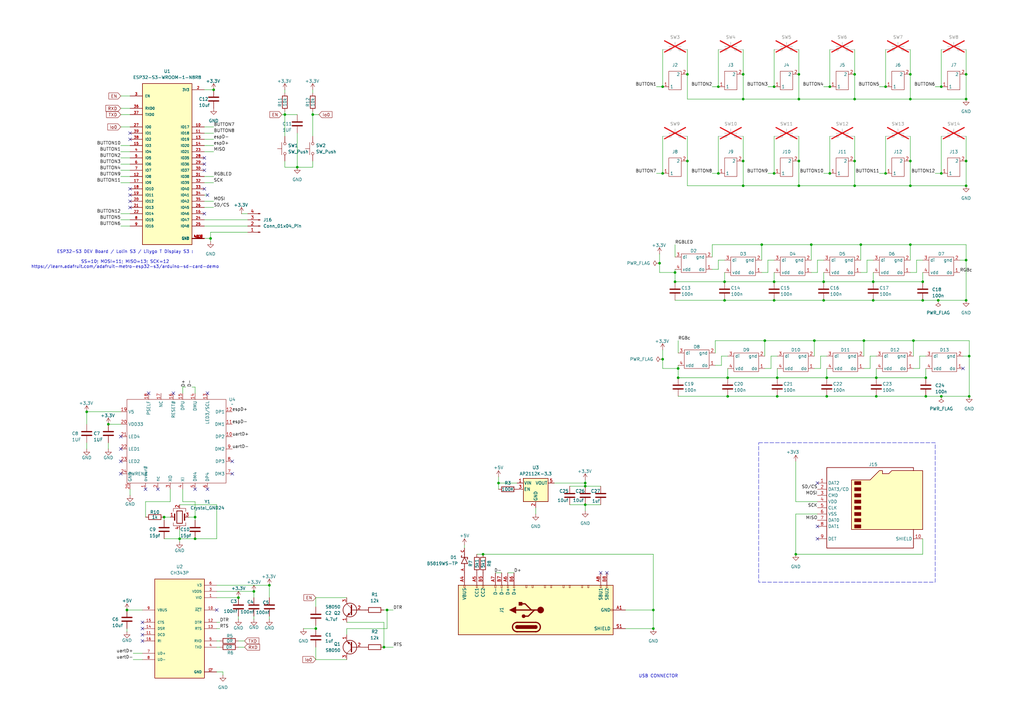
<source format=kicad_sch>
(kicad_sch (version 20231120) (generator "eeschema") (generator_version "8.0")
  (paper "A3")
  (junction (at 271.78 147.32))
  (junction (at 121.92 68.58))
  (junction (at 339.09 162.56))
  (junction (at 318.77 154.94))
  (junction (at 110.49 240.03))
  (junction (at 240.03 198.12))
  (junction (at 396.24 30.48))
  (junction (at 80.01 212.09))
  (junction (at 158.75 250.19))
  (junction (at 350.52 40.64))
  (junction (at 337.82 123.19))
  (junction (at 297.18 115.57))
  (junction (at 384.81 123.19))
  (junction (at 87.63 36.83))
  (junction (at 337.82 115.57))
  (junction (at 373.38 40.64))
  (junction (at 240.03 199.39))
  (junction (at 396.24 106.68))
  (junction (at 397.51 146.05))
  (junction (at 396.24 76.2))
  (junction (at 317.5 115.57))
  (junction (at 104.14 242.57))
  (junction (at 354.33 139.7))
  (junction (at 339.09 154.94))
  (junction (at 304.8 40.64))
  (junction (at 358.14 123.19))
  (junction (at 281.94 66.04))
  (junction (at 116.84 46.99))
  (junction (at 240.03 207.01))
  (junction (at 267.97 257.81))
  (junction (at 271.78 35.56))
  (junction (at 267.97 250.19))
  (junction (at 326.39 227.33))
  (junction (at 304.8 30.48))
  (junction (at 386.08 71.12))
  (junction (at 397.51 162.56))
  (junction (at 327.66 66.04))
  (junction (at 97.79 245.11))
  (junction (at 350.52 66.04))
  (junction (at 359.41 154.94))
  (junction (at 278.13 151.13))
  (junction (at 67.31 212.09))
  (junction (at 278.13 154.94))
  (junction (at 379.73 154.94))
  (junction (at 386.08 35.56))
  (junction (at 327.66 76.2))
  (junction (at 378.46 115.57))
  (junction (at 353.06 100.33))
  (junction (at 304.8 66.04))
  (junction (at 334.01 139.7))
  (junction (at 304.8 76.2))
  (junction (at 373.38 30.48))
  (junction (at 129.54 257.81))
  (junction (at 363.22 71.12))
  (junction (at 317.5 71.12))
  (junction (at 363.22 35.56))
  (junction (at 386.08 162.56))
  (junction (at 396.24 66.04))
  (junction (at 327.66 40.64))
  (junction (at 298.45 162.56))
  (junction (at 44.45 173.99))
  (junction (at 198.12 227.33))
  (junction (at 276.86 115.57))
  (junction (at 52.07 250.19))
  (junction (at 332.74 100.33))
  (junction (at 358.14 115.57))
  (junction (at 294.64 35.56))
  (junction (at 378.46 123.19))
  (junction (at 379.73 162.56))
  (junction (at 373.38 76.2))
  (junction (at 373.38 100.33))
  (junction (at 373.38 66.04))
  (junction (at 317.5 123.19))
  (junction (at 35.56 168.91))
  (junction (at 327.66 30.48))
  (junction (at 312.42 100.33))
  (junction (at 359.41 162.56))
  (junction (at 318.77 162.56))
  (junction (at 297.18 123.19))
  (junction (at 396.24 123.19))
  (junction (at 313.69 139.7))
  (junction (at 271.78 71.12))
  (junction (at 294.64 71.12))
  (junction (at 374.65 139.7))
  (junction (at 128.27 46.99))
  (junction (at 340.36 35.56))
  (junction (at 350.52 30.48))
  (junction (at 276.86 111.76))
  (junction (at 204.47 198.12))
  (junction (at 396.24 40.64))
  (junction (at 298.45 154.94))
  (junction (at 281.94 30.48))
  (junction (at 317.5 35.56))
  (junction (at 340.36 71.12))
  (junction (at 350.52 76.2))
  (junction (at 270.51 107.95))
  (junction (at 80.01 220.98))
  (junction (at 86.36 97.79))
  (junction (at 157.48 265.43))
  (junction (at 73.66 220.98))
  (no_connect (at 59.69 200.66))
  (no_connect (at 58.42 255.27))
  (no_connect (at 80.01 200.66))
  (no_connect (at 83.82 77.47))
  (no_connect (at 58.42 260.35))
  (no_connect (at 248.92 234.95))
  (no_connect (at 95.25 189.23))
  (no_connect (at 53.34 82.55))
  (no_connect (at 53.34 54.61))
  (no_connect (at 85.09 161.29))
  (no_connect (at 49.53 179.07))
  (no_connect (at 246.38 234.95))
  (no_connect (at 335.28 215.9))
  (no_connect (at 83.82 69.85))
  (no_connect (at 58.42 257.81))
  (no_connect (at 53.34 85.09))
  (no_connect (at 49.53 194.31))
  (no_connect (at 53.34 80.01))
  (no_connect (at 335.28 198.12))
  (no_connect (at 83.82 87.63))
  (no_connect (at 83.82 67.31))
  (no_connect (at 83.82 64.77))
  (no_connect (at 64.77 200.66))
  (no_connect (at 49.53 189.23))
  (no_connect (at 49.53 184.15))
  (no_connect (at 71.12 161.29))
  (no_connect (at 85.09 80.01))
  (no_connect (at 95.25 194.31))
  (no_connect (at 58.42 262.89))
  (no_connect (at 53.34 77.47))
  (no_connect (at 60.96 161.29))
  (no_connect (at 53.34 57.15))
  (no_connect (at 88.9 250.19))
  (no_connect (at 335.28 220.98))
  (no_connect (at 85.09 200.66))
  (no_connect (at 394.97 151.13))
  (wire (pts (xy 87.63 52.07) (xy 83.82 52.07)))
  (wire (pts (xy 49.53 72.39) (xy 53.34 72.39)))
  (wire (pts (xy 304.8 30.48) (xy 304.8 40.64)))
  (wire (pts (xy 74.93 205.74) (xy 80.01 205.74)))
  (wire (pts (xy 281.94 20.32) (xy 281.94 30.48)))
  (wire (pts (xy 298.45 151.13) (xy 298.45 154.94)))
  (wire (pts (xy 350.52 66.04) (xy 350.52 76.2)))
  (wire (pts (xy 35.56 168.91) (xy 35.56 173.99)))
  (wire (pts (xy 121.92 68.58) (xy 128.27 68.58)))
  (wire (pts (xy 271.78 143.51) (xy 271.78 147.32)))
  (wire (pts (xy 384.81 123.19) (xy 396.24 123.19)))
  (wire (pts (xy 69.85 212.09) (xy 67.31 212.09)))
  (wire (pts (xy 49.53 39.37) (xy 53.34 39.37)))
  (wire (pts (xy 317.5 71.12) (xy 317.5 55.88)))
  (wire (pts (xy 396.24 76.2) (xy 396.24 66.04)))
  (wire (pts (xy 67.31 212.09) (xy 67.31 213.36)))
  (wire (pts (xy 377.19 146.05) (xy 379.73 146.05)))
  (wire (pts (xy 78.74 158.75) (xy 80.01 158.75)))
  (wire (pts (xy 373.38 66.04) (xy 373.38 76.2)))
  (wire (pts (xy 396.24 55.88) (xy 396.24 66.04)))
  (wire (pts (xy 240.03 199.39) (xy 246.38 199.39)))
  (wire (pts (xy 304.8 76.2) (xy 327.66 76.2)))
  (wire (pts (xy 350.52 20.32) (xy 350.52 30.48)))
  (wire (pts (xy 350.52 55.88) (xy 350.52 66.04)))
  (wire (pts (xy 83.82 72.39) (xy 87.63 72.39)))
  (wire (pts (xy 270.51 107.95) (xy 270.51 111.76)))
  (wire (pts (xy 316.23 146.05) (xy 316.23 151.13)))
  (wire (pts (xy 83.82 57.15) (xy 87.63 57.15)))
  (wire (pts (xy 116.84 68.58) (xy 116.84 66.04)))
  (wire (pts (xy 313.69 139.7) (xy 313.69 146.05)))
  (wire (pts (xy 256.54 250.19) (xy 267.97 250.19)))
  (wire (pts (xy 142.24 270.51) (xy 129.54 270.51)))
  (wire (pts (xy 340.36 35.56) (xy 340.36 20.32)))
  (wire (pts (xy 334.01 139.7) (xy 334.01 146.05)))
  (wire (pts (xy 335.28 106.68) (xy 337.82 106.68)))
  (wire (pts (xy 337.82 115.57) (xy 358.14 115.57)))
  (wire (pts (xy 327.66 66.04) (xy 327.66 76.2)))
  (wire (pts (xy 397.51 139.7) (xy 397.51 146.05)))
  (wire (pts (xy 88.9 262.89) (xy 90.17 262.89)))
  (wire (pts (xy 158.75 250.19) (xy 157.48 250.19)))
  (wire (pts (xy 396.24 100.33) (xy 396.24 106.68)))
  (wire (pts (xy 129.54 256.54) (xy 129.54 257.81)))
  (wire (pts (xy 80.01 205.74) (xy 80.01 212.09)))
  (wire (pts (xy 397.51 139.7) (xy 374.65 139.7)))
  (wire (pts (xy 295.91 146.05) (xy 295.91 149.86)))
  (wire (pts (xy 350.52 30.48) (xy 350.52 40.64)))
  (wire (pts (xy 240.03 198.12) (xy 240.03 199.39)))
  (wire (pts (xy 317.5 123.19) (xy 337.82 123.19)))
  (wire (pts (xy 313.69 151.13) (xy 316.23 151.13)))
  (wire (pts (xy 49.53 59.69) (xy 53.34 59.69)))
  (wire (pts (xy 317.5 111.76) (xy 317.5 115.57)))
  (wire (pts (xy 110.49 240.03) (xy 88.9 240.03)))
  (wire (pts (xy 292.1 100.33) (xy 312.42 100.33)))
  (wire (pts (xy 278.13 139.7) (xy 278.13 144.78)))
  (wire (pts (xy 240.03 207.01) (xy 240.03 209.55)))
  (wire (pts (xy 142.24 245.11) (xy 129.54 245.11)))
  (wire (pts (xy 337.82 123.19) (xy 358.14 123.19)))
  (wire (pts (xy 83.82 59.69) (xy 87.63 59.69)))
  (wire (pts (xy 397.51 162.56) (xy 397.51 146.05)))
  (wire (pts (xy 304.8 55.88) (xy 304.8 66.04)))
  (wire (pts (xy 359.41 162.56) (xy 379.73 162.56)))
  (wire (pts (xy 295.91 146.05) (xy 298.45 146.05)))
  (wire (pts (xy 101.6 95.25) (xy 86.36 95.25)))
  (wire (pts (xy 90.17 255.27) (xy 88.9 255.27)))
  (wire (pts (xy 83.82 90.17) (xy 101.6 90.17)))
  (wire (pts (xy 99.06 87.63) (xy 101.6 87.63)))
  (wire (pts (xy 76.2 158.75) (xy 74.93 158.75)))
  (wire (pts (xy 190.5 223.52) (xy 190.5 224.79)))
  (wire (pts (xy 353.06 100.33) (xy 353.06 106.68)))
  (wire (pts (xy 318.77 162.56) (xy 339.09 162.56)))
  (wire (pts (xy 379.73 151.13) (xy 379.73 154.94)))
  (wire (pts (xy 304.8 40.64) (xy 327.66 40.64)))
  (wire (pts (xy 297.18 123.19) (xy 317.5 123.19)))
  (wire (pts (xy 233.68 207.01) (xy 240.03 207.01)))
  (wire (pts (xy 294.64 106.68) (xy 297.18 106.68)))
  (wire (pts (xy 142.24 257.81) (xy 158.75 257.81)))
  (wire (pts (xy 270.51 111.76) (xy 276.86 111.76)))
  (wire (pts (xy 295.91 149.86) (xy 293.37 149.86)))
  (wire (pts (xy 49.53 44.45) (xy 53.34 44.45)))
  (wire (pts (xy 378.46 123.19) (xy 384.81 123.19)))
  (wire (pts (xy 336.55 146.05) (xy 339.09 146.05)))
  (wire (pts (xy 354.33 139.7) (xy 354.33 146.05)))
  (wire (pts (xy 142.24 255.27) (xy 157.48 255.27)))
  (wire (pts (xy 69.85 205.74) (xy 69.85 200.66)))
  (wire (pts (xy 104.14 252.73) (xy 104.14 254)))
  (wire (pts (xy 83.82 85.09) (xy 87.63 85.09)))
  (wire (pts (xy 87.63 82.55) (xy 83.82 82.55)))
  (wire (pts (xy 294.64 35.56) (xy 294.64 20.32)))
  (wire (pts (xy 355.6 111.76) (xy 355.6 106.68)))
  (wire (pts (xy 355.6 106.68) (xy 358.14 106.68)))
  (wire (pts (xy 396.24 100.33) (xy 373.38 100.33)))
  (wire (pts (xy 375.92 106.68) (xy 378.46 106.68)))
  (wire (pts (xy 276.86 110.49) (xy 276.86 111.76)))
  (wire (pts (xy 396.24 106.68) (xy 393.7 106.68)))
  (wire (pts (xy 353.06 111.76) (xy 355.6 111.76)))
  (wire (pts (xy 350.52 76.2) (xy 373.38 76.2)))
  (wire (pts (xy 110.49 240.03) (xy 110.49 245.11)))
  (wire (pts (xy 129.54 245.11) (xy 129.54 248.92)))
  (wire (pts (xy 281.94 30.48) (xy 281.94 40.64)))
  (wire (pts (xy 312.42 100.33) (xy 312.42 106.68)))
  (wire (pts (xy 326.39 210.82) (xy 326.39 227.33)))
  (wire (pts (xy 334.01 139.7) (xy 354.33 139.7)))
  (wire (pts (xy 73.66 220.98) (xy 73.66 222.25)))
  (wire (pts (xy 281.94 66.04) (xy 281.94 76.2)))
  (wire (pts (xy 378.46 227.33) (xy 378.46 220.98)))
  (wire (pts (xy 269.24 35.56) (xy 271.78 35.56)))
  (wire (pts (xy 396.24 123.19) (xy 396.24 106.68)))
  (wire (pts (xy 377.19 146.05) (xy 377.19 151.13)))
  (wire (pts (xy 314.96 106.68) (xy 314.96 111.76)))
  (wire (pts (xy 267.97 257.81) (xy 267.97 250.19)))
  (wire (pts (xy 326.39 189.23) (xy 326.39 205.74)))
  (wire (pts (xy 327.66 30.48) (xy 327.66 40.64)))
  (wire (pts (xy 339.09 162.56) (xy 359.41 162.56)))
  (wire (pts (xy 77.47 212.09) (xy 80.01 212.09)))
  (wire (pts (xy 74.93 158.75) (xy 74.93 161.29)))
  (wire (pts (xy 339.09 151.13) (xy 339.09 154.94)))
  (wire (pts (xy 359.41 154.94) (xy 379.73 154.94)))
  (wire (pts (xy 298.45 154.94) (xy 318.77 154.94)))
  (wire (pts (xy 356.87 151.13) (xy 356.87 146.05)))
  (wire (pts (xy 327.66 55.88) (xy 327.66 66.04)))
  (wire (pts (xy 44.45 181.61) (xy 44.45 184.15)))
  (wire (pts (xy 240.03 196.85) (xy 240.03 198.12)))
  (wire (pts (xy 157.48 255.27) (xy 157.48 265.43)))
  (wire (pts (xy 256.54 257.81) (xy 267.97 257.81)))
  (wire (pts (xy 128.27 46.99) (xy 128.27 55.88)))
  (wire (pts (xy 281.94 55.88) (xy 281.94 66.04)))
  (wire (pts (xy 312.42 100.33) (xy 332.74 100.33)))
  (wire (pts (xy 375.92 111.76) (xy 373.38 111.76)))
  (wire (pts (xy 374.65 139.7) (xy 374.65 146.05)))
  (wire (pts (xy 86.36 97.79) (xy 86.36 99.06)))
  (wire (pts (xy 83.82 97.79) (xy 86.36 97.79)))
  (wire (pts (xy 129.54 270.51) (xy 129.54 265.43)))
  (wire (pts (xy 210.82 234.95) (xy 208.28 234.95)))
  (wire (pts (xy 124.46 257.81) (xy 129.54 257.81)))
  (wire (pts (xy 373.38 40.64) (xy 396.24 40.64)))
  (wire (pts (xy 332.74 100.33) (xy 332.74 106.68)))
  (wire (pts (xy 334.01 151.13) (xy 336.55 151.13)))
  (wire (pts (xy 49.53 64.77) (xy 53.34 64.77)))
  (wire (pts (xy 340.36 71.12) (xy 340.36 55.88)))
  (wire (pts (xy 128.27 36.83) (xy 128.27 38.1)))
  (wire (pts (xy 35.56 168.91) (xy 49.53 168.91)))
  (wire (pts (xy 294.64 71.12) (xy 294.64 55.88)))
  (wire (pts (xy 354.33 139.7) (xy 374.65 139.7)))
  (wire (pts (xy 326.39 205.74) (xy 335.28 205.74)))
  (wire (pts (xy 358.14 111.76) (xy 358.14 115.57)))
  (wire (pts (xy 212.09 198.12) (xy 204.47 198.12)))
  (wire (pts (xy 337.82 71.12) (xy 340.36 71.12)))
  (wire (pts (xy 49.53 92.71) (xy 53.34 92.71)))
  (wire (pts (xy 110.49 252.73) (xy 110.49 254)))
  (wire (pts (xy 318.77 151.13) (xy 318.77 154.94)))
  (wire (pts (xy 52.07 257.81) (xy 52.07 259.08)))
  (wire (pts (xy 157.48 265.43) (xy 161.29 265.43)))
  (wire (pts (xy 73.66 217.17) (xy 73.66 220.98)))
  (wire (pts (xy 278.13 151.13) (xy 278.13 154.94)))
  (wire (pts (xy 49.53 69.85) (xy 53.34 69.85)))
  (wire (pts (xy 73.66 207.01) (xy 88.9 207.01)))
  (wire (pts (xy 293.37 139.7) (xy 293.37 144.78)))
  (wire (pts (xy 158.75 257.81) (xy 158.75 250.19)))
  (wire (pts (xy 88.9 245.11) (xy 97.79 245.11)))
  (wire (pts (xy 88.9 220.98) (xy 80.01 220.98)))
  (wire (pts (xy 386.08 162.56) (xy 397.51 162.56)))
  (wire (pts (xy 350.52 40.64) (xy 373.38 40.64)))
  (wire (pts (xy 312.42 111.76) (xy 314.96 111.76)))
  (wire (pts (xy 100.33 265.43) (xy 97.79 265.43)))
  (wire (pts (xy 373.38 76.2) (xy 396.24 76.2)))
  (wire (pts (xy 49.53 52.07) (xy 53.34 52.07)))
  (wire (pts (xy 91.44 275.59) (xy 91.44 276.86)))
  (wire (pts (xy 294.64 110.49) (xy 292.1 110.49)))
  (wire (pts (xy 356.87 146.05) (xy 359.41 146.05)))
  (wire (pts (xy 292.1 71.12) (xy 294.64 71.12)))
  (wire (pts (xy 49.53 62.23) (xy 53.34 62.23)))
  (wire (pts (xy 195.58 227.33) (xy 198.12 227.33)))
  (wire (pts (xy 54.61 267.97) (xy 58.42 267.97)))
  (wire (pts (xy 317.5 35.56) (xy 317.5 20.32)))
  (wire (pts (xy 271.78 151.13) (xy 278.13 151.13)))
  (wire (pts (xy 86.36 95.25) (xy 86.36 97.79)))
  (wire (pts (xy 44.45 173.99) (xy 49.53 173.99)))
  (wire (pts (xy 332.74 111.76) (xy 335.28 111.76)))
  (wire (pts (xy 314.96 35.56) (xy 317.5 35.56)))
  (wire (pts (xy 373.38 20.32) (xy 373.38 30.48)))
  (wire (pts (xy 227.33 198.12) (xy 240.03 198.12)))
  (wire (pts (xy 318.77 154.94) (xy 339.09 154.94)))
  (wire (pts (xy 73.66 220.98) (xy 67.31 220.98)))
  (wire (pts (xy 294.64 106.68) (xy 294.64 110.49)))
  (wire (pts (xy 327.66 20.32) (xy 327.66 30.48)))
  (wire (pts (xy 316.23 146.05) (xy 318.77 146.05)))
  (wire (pts (xy 116.84 46.99) (xy 116.84 55.88)))
  (wire (pts (xy 373.38 55.88) (xy 373.38 66.04)))
  (wire (pts (xy 87.63 74.93) (xy 83.82 74.93)))
  (wire (pts (xy 73.66 220.98) (xy 80.01 220.98)))
  (wire (pts (xy 396.24 40.64) (xy 396.24 30.48)))
  (wire (pts (xy 128.27 68.58) (xy 128.27 66.04)))
  (wire (pts (xy 128.27 46.99) (xy 130.81 46.99)))
  (wire (pts (xy 337.82 35.56) (xy 340.36 35.56)))
  (wire (pts (xy 97.79 252.73) (xy 97.79 254)))
  (wire (pts (xy 326.39 227.33) (xy 378.46 227.33)))
  (wire (pts (xy 121.92 54.61) (xy 121.92 68.58)))
  (wire (pts (xy 386.08 71.12) (xy 386.08 55.88)))
  (wire (pts (xy 59.69 205.74) (xy 69.85 205.74)))
  (wire (pts (xy 314.96 106.68) (xy 317.5 106.68)))
  (wire (pts (xy 104.14 242.57) (xy 88.9 242.57)))
  (wire (pts (xy 83.82 36.83) (xy 87.63 36.83)))
  (wire (pts (xy 278.13 149.86) (xy 278.13 151.13)))
  (wire (pts (xy 276.86 115.57) (xy 297.18 115.57)))
  (wire (pts (xy 49.53 74.93) (xy 53.34 74.93)))
  (wire (pts (xy 383.54 71.12) (xy 386.08 71.12)))
  (wire (pts (xy 354.33 151.13) (xy 356.87 151.13)))
  (wire (pts (xy 373.38 30.48) (xy 373.38 40.64)))
  (wire (pts (xy 205.74 234.95) (xy 203.2 234.95)))
  (wire (pts (xy 49.53 46.99) (xy 53.34 46.99)))
  (wire (pts (xy 383.54 35.56) (xy 386.08 35.56)))
  (wire (pts (xy 104.14 242.57) (xy 104.14 245.11)))
  (wire (pts (xy 116.84 45.72) (xy 116.84 46.99)))
  (wire (pts (xy 336.55 151.13) (xy 336.55 146.05)))
  (wire (pts (xy 158.75 250.19) (xy 161.29 250.19)))
  (wire (pts (xy 83.82 92.71) (xy 101.6 92.71)))
  (wire (pts (xy 88.9 275.59) (xy 91.44 275.59)))
  (wire (pts (xy 271.78 147.32) (xy 271.78 151.13)))
  (wire (pts (xy 116.84 46.99) (xy 115.57 46.99)))
  (wire (pts (xy 304.8 66.04) (xy 304.8 76.2)))
  (wire (pts (xy 269.24 71.12) (xy 271.78 71.12)))
  (wire (pts (xy 204.47 198.12) (xy 204.47 200.66)))
  (wire (pts (xy 88.9 265.43) (xy 90.17 265.43)))
  (wire (pts (xy 116.84 46.99) (xy 121.92 46.99)))
  (wire (pts (xy 35.56 181.61) (xy 35.56 184.15)))
  (wire (pts (xy 353.06 100.33) (xy 373.38 100.33)))
  (wire (pts (xy 278.13 154.94) (xy 298.45 154.94)))
  (wire (pts (xy 363.22 35.56) (xy 363.22 20.32)))
  (wire (pts (xy 271.78 35.56) (xy 271.78 20.32)))
  (wire (pts (xy 293.37 139.7) (xy 313.69 139.7)))
  (wire (pts (xy 80.01 212.09) (xy 80.01 213.36)))
  (wire (pts (xy 396.24 20.32) (xy 396.24 30.48)))
  (wire (pts (xy 271.78 71.12) (xy 271.78 55.88)))
  (wire (pts (xy 87.63 54.61) (xy 83.82 54.61)))
  (wire (pts (xy 358.14 123.19) (xy 378.46 123.19)))
  (wire (pts (xy 49.53 67.31) (xy 53.34 67.31)))
  (wire (pts (xy 52.07 250.19) (xy 58.42 250.19)))
  (wire (pts (xy 297.18 111.76) (xy 297.18 115.57)))
  (wire (pts (xy 375.92 106.68) (xy 375.92 111.76)))
  (wire (pts (xy 198.12 227.33) (xy 267.97 227.33)))
  (wire (pts (xy 49.53 87.63) (xy 53.34 87.63)))
  (wire (pts (xy 88.9 207.01) (xy 88.9 220.98)))
  (wire (pts (xy 292.1 100.33) (xy 292.1 105.41)))
  (wire (pts (xy 90.17 257.81) (xy 88.9 257.81)))
  (wire (pts (xy 314.96 71.12) (xy 317.5 71.12)))
  (wire (pts (xy 337.82 111.76) (xy 337.82 115.57)))
  (wire (pts (xy 397.51 146.05) (xy 394.97 146.05)))
  (wire (pts (xy 74.93 200.66) (xy 74.93 205.74)))
  (wire (pts (xy 219.71 210.82) (xy 219.71 208.28)))
  (wire (pts (xy 304.8 20.32) (xy 304.8 30.48)))
  (wire (pts (xy 85.09 80.01) (xy 83.82 80.01)))
  (wire (pts (xy 80.01 158.75) (xy 80.01 161.29)))
  (wire (pts (xy 377.19 151.13) (xy 374.65 151.13)))
  (wire (pts (xy 240.03 207.01) (xy 246.38 207.01)))
  (wire (pts (xy 379.73 162.56) (xy 386.08 162.56)))
  (wire (pts (xy 100.33 262.89) (xy 97.79 262.89)))
  (wire (pts (xy 298.45 162.56) (xy 318.77 162.56)))
  (wire (pts (xy 317.5 115.57) (xy 337.82 115.57)))
  (wire (pts (xy 327.66 76.2) (xy 350.52 76.2)))
  (wire (pts (xy 128.27 45.72) (xy 128.27 46.99)))
  (wire (pts (xy 358.14 115.57) (xy 378.46 115.57)))
  (wire (pts (xy 281.94 40.64) (xy 304.8 40.64)))
  (wire (pts (xy 297.18 115.57) (xy 317.5 115.57)))
  (wire (pts (xy 276.86 123.19) (xy 297.18 123.19)))
  (wire (pts (xy 278.13 162.56) (xy 298.45 162.56)))
  (wire (pts (xy 360.68 71.12) (xy 363.22 71.12)))
  (wire (pts (xy 270.51 104.14) (xy 270.51 107.95)))
  (wire (pts (xy 83.82 62.23) (xy 87.63 62.23)))
  (wire (pts (xy 360.68 35.56) (xy 363.22 35.56)))
  (wire (pts (xy 233.68 199.39) (xy 240.03 199.39)))
  (wire (pts (xy 327.66 40.64) (xy 350.52 40.64)))
  (wire (pts (xy 59.69 212.09) (xy 59.69 205.74)))
  (wire (pts (xy 116.84 68.58) (xy 121.92 68.58)))
  (wire (pts (xy 373.38 100.33) (xy 373.38 106.68)))
  (wire (pts (xy 332.74 100.33) (xy 353.06 100.33)))
  (wire (pts (xy 281.94 76.2) (xy 304.8 76.2)))
  (wire (pts (xy 267.97 250.19) (xy 267.97 227.33)))
  (wire (pts (xy 378.46 111.76) (xy 378.46 115.57)))
  (wire (pts (xy 204.47 195.58) (xy 204.47 198.12)))
  (wire (pts (xy 386.08 35.56) (xy 386.08 20.32)))
  (wire (pts (xy 54.61 270.51) (xy 58.42 270.51)))
  (wire (pts (xy 49.53 90.17) (xy 53.34 90.17)))
  (wire (pts (xy 339.09 154.94) (xy 359.41 154.94)))
  (wire (pts (xy 363.22 71.12) (xy 363.22 55.88)))
  (wire (pts (xy 53.34 200.66) (xy 53.34 203.2)))
  (wire (pts (xy 276.86 111.76) (xy 276.86 115.57)))
  (wire (pts (xy 359.41 151.13) (xy 359.41 154.94)))
  (wire (pts (xy 292.1 35.56) (xy 294.64 35.56)))
  (wire (pts (xy 335.28 210.82) (xy 326.39 210.82)))
  (wire (pts (xy 276.86 100.33) (xy 276.86 105.41)))
  (wire (pts (xy 313.69 139.7) (xy 334.01 139.7)))
  (wire (pts (xy 335.28 111.76) (xy 335.28 106.68)))
  (wire (pts (xy 116.84 36.83) (xy 116.84 38.1)))
  (wire (pts (xy 142.24 260.35) (xy 142.24 257.81)))
  (rectangle (start 311.15 181.61) (end 383.54 238.76) (stroke (width 0) (type dash)))
  (text "ESP32-S3 DEV Board / Lolin S3 / Lilygo T Display S3 :\n\nSS=10; MOSI=11; MISO=13; SCK=12\nhttps://learn.adafruit.com/adafruit-metro-esp32-s3/arduino-sd-card-demo" (at 51.308 106.426 0) (effects (font (size 1.27 1.27))))
  (text "USB CONNECTOR" (at 278.13 278.13 0) (effects (font (size 1.27 1.27)) (justify right bottom)))
  (label "BUTTON7" (at 269.24 71.12 180))
  (label "BUTTON11" (at 360.68 71.12 180))
  (label "BUTTON6" (at 49.53 92.71 180))
  (label "BUTTON3" (at 314.96 35.56 180))
  (label "MISO" (at 87.63 62.23 0))
  (label "SD{slash}CS" (at 335.28 200.66 180))
  (label "RGBc" (at 278.13 139.7 0))
  (label "BUTTON3" (at 49.53 67.31 180))
  (label "BUTTON5" (at 49.53 90.17 180))
  (label "BUTTON2" (at 49.53 64.77 180))
  (label "uartD-" (at 95.25 184.15 0))
  (label "SCK" (at 87.63 74.93 0))
  (label "BUTTON10" (at 49.53 59.69 180))
  (label "D+" (at 210.82 234.95 0))
  (label "DTR" (at 161.29 250.19 0))
  (label "BUTTON8" (at 292.1 71.12 180))
  (label "BUTTON4" (at 49.53 69.85 180))
  (label "BUTTON9" (at 49.53 72.39 180))
  (label "BUTTON12" (at 383.54 71.12 180))
  (label "BUTTON11" (at 49.53 74.93 180))
  (label "SCK" (at 335.28 208.28 180))
  (label "RGBc" (at 393.7 111.76 0))
  (label "uartD-" (at 54.61 270.51 180))
  (label "BUTTON5" (at 360.68 35.56 180))
  (label "MISO" (at 335.28 213.36 180))
  (label "BUTTON10" (at 337.82 71.12 180))
  (label "BUTTON4" (at 337.82 35.56 180))
  (label "espD+" (at 95.25 168.91 0))
  (label "BUTTON1" (at 49.53 62.23 180))
  (label "D-" (at 205.74 234.95 180))
  (label "uartD+" (at 54.61 267.97 180))
  (label "RGBLED" (at 276.86 100.33 0))
  (label "D-" (at 78.74 158.75 90))
  (label "espD-" (at 95.25 173.99 0))
  (label "DTR" (at 90.17 255.27 0))
  (label "BUTTON2" (at 292.1 35.56 180))
  (label "D+" (at 76.2 158.75 90))
  (label "SD{slash}CS" (at 87.63 85.09 0))
  (label "MOSI" (at 335.28 203.2 180))
  (label "BUTTON8" (at 87.63 54.61 0))
  (label "BUTTON6" (at 383.54 35.56 180))
  (label "RTS" (at 161.29 265.43 0))
  (label "espD-" (at 87.63 57.15 0))
  (label "BUTTON9" (at 314.96 71.12 180))
  (label "MOSI" (at 87.63 82.55 0))
  (label "BUTTON1" (at 269.24 35.56 180))
  (label "uartD+" (at 95.25 179.07 0))
  (label "BUTTON7" (at 87.63 52.07 0))
  (label "espD+" (at 87.63 59.69 0))
  (label "BUTTON12" (at 49.53 87.63 180))
  (label "RTS" (at 90.17 257.81 0))
  (label "RGBLED" (at 87.63 72.39 0))
  (global_label "EN" (shape input) (at 49.53 39.37 180) (property "Intersheetrefs" "${INTERSHEET_REFS}" (effects (hide yes))))
  (global_label "TXD" (shape input) (at 100.33 262.89 0) (property "Intersheetrefs" "${INTERSHEET_REFS}" (effects (hide yes))))
  (global_label "EN" (shape input) (at 129.54 245.11 180) (property "Intersheetrefs" "${INTERSHEET_REFS}" (effects (hide yes))))
  (global_label "Io0" (shape input) (at 129.54 270.51 180) (property "Intersheetrefs" "${INTERSHEET_REFS}" (effects (hide yes))))
  (global_label "EN" (shape input) (at 115.57 46.99 180) (property "Intersheetrefs" "${INTERSHEET_REFS}" (effects (hide yes))))
  (global_label "Io0" (shape input) (at 130.81 46.99 0) (property "Intersheetrefs" "${INTERSHEET_REFS}" (effects (hide yes))))
  (global_label "Io0" (shape input) (at 49.53 52.07 180) (property "Intersheetrefs" "${INTERSHEET_REFS}" (effects (hide yes))))
  (global_label "RXD" (shape input) (at 49.53 44.45 180) (property "Intersheetrefs" "${INTERSHEET_REFS}" (effects (hide yes))))
  (global_label "TXD" (shape input) (at 49.53 46.99 180) (property "Intersheetrefs" "${INTERSHEET_REFS}" (effects (hide yes))))
  (global_label "RXD" (shape input) (at 100.33 265.43 0) (property "Intersheetrefs" "${INTERSHEET_REFS}" (effects (hide yes))))
  (symbol (lib_id "power:GND") (at 53.34 203.2 0) (unit 1)
    (property "Reference" "#PWR014" (effects (hide yes)))
    (property "Value" "GND" (at 53.34 206.756 0))
    (property "Description" "Power symbol creates a global label with name \"GND\" , ground" (effects (hide yes)))
  )
  (symbol (lib_id "power:+3.3V") (at 271.78 143.51 0) (unit 1)
    (property "Reference" "#PWR029" (effects (hide yes)))
    (property "Value" "+3.3V" (at 271.526 139.954 0))
    (property "Description" "Power symbol creates a global label with name \"+3.3V\"" (effects (hide yes)))
  )
  (symbol (lib_id "power:GND") (at 121.92 68.58 0) (unit 1)
    (property "Reference" "#PWR023" (effects (hide yes)))
    (property "Value" "GND" (at 121.92 73.66 0))
    (property "Description" "Power symbol creates a global label with name \"GND\" , ground" (effects (hide yes)))
  )
  (symbol (lib_id "Device:C") (at 318.77 158.75 0) (unit 1)
    (property "Reference" "C21" (at 321.31 157.48 0) (effects (justify left)))
    (property "Value" "100n" (at 321.31 160.02 0) (effects (justify left)))
    (property "Footprint" "Capacitor_SMD:C_0603_1608Metric" (effects (hide yes)))
  )
  (symbol (lib_id "Device:R") (at 116.84 41.91 180) (unit 1)
    (property "Reference" "R11" (at 114.808 41.91 90))
    (property "Value" "10k" (at 116.84 41.91 90))
    (property "Footprint" "Resistor_SMD:R_0603_1608Metric" (effects (hide yes)))
    (property "Description" "Resistor" (effects (hide yes)))
  )
  (symbol (lib_id "power:PWR_FLAG") (at 384.81 123.19 180) (unit 1)
    (property "Reference" "#FLG02" (effects (hide yes)))
    (property "Value" "PWR_FLAG" (at 384.81 128.27 0))
  )
  (symbol (lib_id "power:+3.3V") (at 116.84 36.83 0) (unit 1)
    (property "Reference" "#PWR021" (effects (hide yes)))
    (property "Value" "+3.3V" (at 116.586 33.274 0))
    (property "Description" "Power symbol creates a global label with name \"+3.3V\"" (effects (hide yes)))
  )
  (symbol (lib_id "1_sfxer_symbols:Connector_Generic{colon}KAILH_CPG135001S30") (at 276.86 33.02 0) (unit 1)
    (property "Reference" "J2" (at 276.86 26.67 0))
    (property "Value" "CPG135001S30" (effects (hide yes)))
    (property "Footprint" "footprints:Connector_Keyswitch_Socket_KAILH_CPG135001S30" (effects (hide yes)))
    (property "Datasheet" "https://datasheet.lcsc.com/lcsc/2302252108_Kailh-CPG135001S30_C5333465.pdf" (effects (hide yes)))
    (property "MPN" "CPG135001S30" (effects (hide yes)))
    (property "LCSC PN" "C5333465" (effects (hide yes)))
  )
  (symbol (lib_id "Device:R") (at 128.27 41.91 180) (unit 1)
    (property "Reference" "R12" (at 126.238 41.91 90))
    (property "Value" "10k" (at 128.27 41.91 90))
    (property "Footprint" "Resistor_SMD:R_0603_1608Metric" (effects (hide yes)))
    (property "Description" "Resistor" (effects (hide yes)))
  )
  (symbol (lib_id "Switch:SW_Push") (at 368.3 55.88 0) (unit 1) (on_board no) (dnp yes)
    (property "Reference" "SW13" (at 368.3 50.8 0))
    (property "Value" "CPG135001D01-1" (effects (hide yes)))
    (property "Footprint" "footprints:Switch_Keyboard_KAILH_CPG135001D01-1" (effects (hide yes)))
    (property "Datasheet" "https://datasheet.lcsc.com/lcsc/1912111437_Kailh-CPG135001D01_C400229.pdf" (effects (hide yes)))
    (property "MPN" "CPG135001D01-1" (effects (hide yes)))
  )
  (symbol (lib_id "Switch:SW_Push") (at 276.86 55.88 0) (unit 1) (on_board no) (dnp yes)
    (property "Reference" "SW9" (at 276.86 50.8 0))
    (property "Value" "CPG135001D01-1" (effects (hide yes)))
    (property "Footprint" "footprints:Switch_Keyboard_KAILH_CPG135001D01-1" (effects (hide yes)))
    (property "Datasheet" "https://datasheet.lcsc.com/lcsc/1912111437_Kailh-CPG135001D01_C400229.pdf" (effects (hide yes)))
    (property "MPN" "CPG135001D01-1" (effects (hide yes)))
  )
  (symbol (lib_id "Device:C") (at 337.82 119.38 0) (unit 1)
    (property "Reference" "C16" (at 340.36 118.11 0) (effects (justify left)))
    (property "Value" "100n" (at 340.36 120.65 0) (effects (justify left)))
    (property "Footprint" "Capacitor_SMD:C_0603_1608Metric" (effects (hide yes)))
  )
  (symbol (lib_id "power:+3V3") (at 326.39 189.23 0) (unit 1)
    (property "Reference" "#PWR032" (effects (hide yes)))
    (property "Value" "+3V3" (at 325.12 185.42 0))
  )
  (symbol (lib_id "Device:R") (at 195.58 231.14 0) (unit 1)
    (property "Reference" "R7" (at 193.04 231.14 90))
    (property "Value" "5k1" (at 195.58 231.14 90))
    (property "Footprint" "Resistor_SMD:R_0603_1608Metric" (effects (hide yes)))
  )
  (symbol (lib_id "power:PWR_FLAG") (at 270.51 107.95 90) (unit 1)
    (property "Reference" "#FLG01" (effects (hide yes)))
    (property "Value" "PWR_FLAG" (at 266.7 107.95 90) (effects (justify left)))
  )
  (symbol (lib_id "Switch:SW_Push") (at 322.58 20.32 0) (unit 1) (on_board no) (dnp yes)
    (property "Reference" "SW5" (at 322.58 15.24 0))
    (property "Value" "CPG135001D01-1" (effects (hide yes)))
    (property "Footprint" "footprints:Switch_Keyboard_KAILH_CPG135001D01-1" (effects (hide yes)))
    (property "Datasheet" "https://datasheet.lcsc.com/lcsc/1912111437_Kailh-CPG135001D01_C400229.pdf" (effects (hide yes)))
    (property "MPN" "CPG135001D01-1" (effects (hide yes)))
  )
  (symbol (lib_id "Switch:SW_Push") (at 128.27 60.96 90) (unit 1)
    (property "Reference" "SW2" (at 129.54 59.6899 90) (effects (justify right)))
    (property "Value" "SW_Push" (at 129.54 62.2299 90) (effects (justify right)))
    (property "Footprint" "Button_Switch_SMD:SW_SPST_B3U-1000P" (effects (hide yes)))
  )
  (symbol (lib_id "Device:C") (at 121.92 50.8 0) (unit 1)
    (property "Reference" "C11" (at 115.824 50.8 0) (effects (justify left)))
    (property "Value" "1UF" (at 115.824 53.34 0) (effects (justify left)))
    (property "Footprint" "Capacitor_SMD:C_0603_1608Metric" (effects (hide yes)))
    (property "Description" "Unpolarized capacitor" (effects (hide yes)))
  )
  (symbol (lib_id "power:PWR_FLAG") (at 386.08 162.56 180) (unit 1)
    (property "Reference" "#FLG04" (effects (hide yes)))
    (property "Value" "PWR_FLAG" (at 386.08 167.64 0))
  )
  (symbol (lib_id "Connector:Conn_01x04_Pin") (at 106.68 92.71 180) (unit 1)
    (property "Reference" "J16" (at 107.95 90.1699 0) (effects (justify right)))
    (property "Value" "Conn_01x04_Pin" (at 107.95 92.7099 0) (effects (justify right)))
    (property "Footprint" "Connector_JST:JST_XA_B04B-XASK-1_1x04_P2.50mm_Vertical" (effects (hide yes)))
    (property "Description" "Generic connector, single row, 01x04, script generated" (effects (hide yes)))
  )
  (symbol (lib_id "power:GND") (at 104.14 254 0) (unit 1)
    (property "Reference" "#PWR06" (effects (hide yes)))
    (property "Value" "GND" (at 104.14 257.302 0))
    (property "Description" "Power symbol creates a global label with name \"GND\" , ground" (effects (hide yes)))
  )
  (symbol (lib_id "power:+3.3V") (at 87.63 36.83 0) (unit 1)
    (property "Reference" "#PWR020" (effects (hide yes)))
    (property "Value" "+3.3V" (at 87.376 33.274 0))
    (property "Description" "Power symbol creates a global label with name \"+3.3V\"" (effects (hide yes)))
  )
  (symbol (lib_id "ESP32-S3-WROOM-1-N8R8:ESP32-S3-WROOM-1-N8R8") (at 68.58 67.31 0) (unit 1)
    (property "Reference" "U1" (at 68.58 29.21 0))
    (property "Value" "ESP32-S3-WROOM-1-N8R8" (at 68.58 31.75 0))
    (property "Footprint" "custom components:XCVR_ESP32S3WROOM1N8R8" (effects (hide yes)))
    (property "MF" "Espressif Systems" (effects (hide yes)))
    (property "DESCRIPTION" "Bluetooth, WiFi 802.11b/g/n, Bluetooth v5.0 Transceiver Module 2.4GHz PCB Trace Surface Mount" (effects (hide yes)))
    (property "PACKAGE" "SMD-41 Espressif Systems" (effects (hide yes)))
    (property "PRICE" "None" (effects (hide yes)))
    (property "Package" "NON STANDARD Espressif Systems" (effects (hide yes)))
    (property "Check_prices" "https://www.snapeda.com/parts/ESP32-S3-WROOM-1-N8R8/Espressif+Systems/view-part/?ref=eda" (effects (hide yes)))
    (property "Price" "None" (effects (hide yes)))
    (property "SnapEDA_Link" "https://www.snapeda.com/parts/ESP32-S3-WROOM-1-N8R8/Espressif+Systems/view-part/?ref=snap" (effects (hide yes)))
    (property "MP" "ESP32-S3-WROOM-1-N8R8" (effects (hide yes)))
    (property "Purchase-URL" "https://www.snapeda.com/api/url_track_click_mouser/?unipart_id=8936581&manufacturer=Espressif Systems&part_name=ESP32-S3-WROOM-1-N8R8&search_term=esp32-s3" (effects (hide yes)))
    (property "Description_1" "\nBluetooth, WiFi 802.11b/g/n, Bluetooth v5.0 Transceiver Module 2.4GHz PCB Trace Surface Mount\n" (effects (hide yes)))
    (property "Availability" "In Stock" (effects (hide yes)))
    (property "AVAILABILITY" "In Stock" (effects (hide yes)))
    (property "PURCHASE-URL" "https://pricing.snapeda.com/search/part/ESP32S3WROOM1N8R8/?ref=eda" (effects (hide yes)))
  )
  (symbol (lib_id "Switch:SW_Push") (at 299.72 55.88 0) (unit 1) (on_board no) (dnp yes)
    (property "Reference" "SW10" (at 299.72 50.8 0))
    (property "Value" "CPG135001D01-1" (effects (hide yes)))
    (property "Footprint" "footprints:Switch_Keyboard_KAILH_CPG135001D01-1" (effects (hide yes)))
    (property "Datasheet" "https://datasheet.lcsc.com/lcsc/1912111437_Kailh-CPG135001D01_C400229.pdf" (effects (hide yes)))
    (property "MPN" "CPG135001D01-1" (effects (hide yes)))
  )
  (symbol (lib_id "Device:C") (at 276.86 119.38 0) (unit 1)
    (property "Reference" "C13" (at 279.4 118.11 0) (effects (justify left)))
    (property "Value" "100n" (at 279.4 120.65 0) (effects (justify left)))
    (property "Footprint" "Capacitor_SMD:C_0603_1608Metric" (effects (hide yes)))
  )
  (symbol (lib_id "Device:R") (at 153.67 265.43 90) (unit 1)
    (property "Reference" "R2" (at 153.67 259.08 90))
    (property "Value" "12k" (at 153.67 261.62 90))
    (property "Footprint" "Resistor_SMD:R_0603_1608Metric" (effects (hide yes)))
    (property "Description" "Resistor" (effects (hide yes)))
  )
  (symbol (lib_id "1_sfxer_symbols:Connector_Generic{colon}KAILH_CPG135001S30") (at 299.72 68.58 0) (unit 1)
    (property "Reference" "J9" (at 299.72 62.23 0))
    (property "Value" "CPG135001S30" (effects (hide yes)))
    (property "Footprint" "footprints:Connector_Keyswitch_Socket_KAILH_CPG135001S30" (effects (hide yes)))
    (property "Datasheet" "https://datasheet.lcsc.com/lcsc/2302252108_Kailh-CPG135001S30_C5333465.pdf" (effects (hide yes)))
    (property "MPN" "CPG135001S30" (effects (hide yes)))
    (property "LCSC PN" "C5333465" (effects (hide yes)))
  )
  (symbol (lib_id "power:GND") (at 35.56 184.15 0) (unit 1)
    (property "Reference" "#PWR015" (effects (hide yes)))
    (property "Value" "GND" (at 35.56 187.706 0))
    (property "Description" "Power symbol creates a global label with name \"GND\" , ground" (effects (hide yes)))
  )
  (symbol (lib_id "1_sfxer_symbols:Connector_Generic{colon}KAILH_CPG135001S30") (at 299.72 33.02 0) (unit 1)
    (property "Reference" "J3" (at 299.72 26.67 0))
    (property "Value" "CPG135001S30" (effects (hide yes)))
    (property "Footprint" "footprints:Connector_Keyswitch_Socket_KAILH_CPG135001S30" (effects (hide yes)))
    (property "Datasheet" "https://datasheet.lcsc.com/lcsc/2302252108_Kailh-CPG135001S30_C5333465.pdf" (effects (hide yes)))
    (property "MPN" "CPG135001S30" (effects (hide yes)))
    (property "LCSC PN" "C5333465" (effects (hide yes)))
  )
  (symbol (lib_id "power:GND") (at 97.79 254 0) (unit 1)
    (property "Reference" "#PWR05" (effects (hide yes)))
    (property "Value" "GND" (at 97.79 257.556 0))
    (property "Description" "Power symbol creates a global label with name \"GND\" , ground" (effects (hide yes)))
  )
  (symbol (lib_id "power:+5V") (at 204.47 195.58 0) (unit 1)
    (property "Reference" "#PWR035" (effects (hide yes)))
    (property "Value" "+5V" (at 204.47 191.77 0))
  )
  (symbol (lib_id "Device:C") (at 378.46 119.38 0) (unit 1)
    (property "Reference" "C18" (at 382.27 118.745 0) (effects (justify left)))
    (property "Value" "100n" (at 382.27 121.285 0) (effects (justify left)))
    (property "Footprint" "Capacitor_SMD:C_0603_1608Metric" (effects (hide yes)))
  )
  (symbol (lib_id "power:GND") (at 396.24 123.19 0) (unit 1)
    (property "Reference" "#PWR028" (effects (hide yes)))
    (property "Value" "GND" (at 396.24 128.27 0))
  )
  (symbol (lib_name "LED_SMD{colon}XINGLIGHT_XL-2020RGBC-WS2812B_5") (lib_id "1_sfxer_symbols:LED_SMD{colon}XINGLIGHT_XL-2020RGBC-WS2812B") (at 367.03 148.59 180) (unit 1)
    (property "Reference" "D12" (at 367.03 143.51 0))
    (property "Value" "RGB" (effects (hide yes)))
    (property "Footprint" "footprints:LED_SMD_XINGLIGHT_XL-2020RGBC-WS2812B" (effects (hide yes)))
    (property "Datasheet" "https://datasheet.lcsc.com/lcsc/2301111010_XINGLIGHT-XL-2020RGBC-WS2812B_C5349955.pdf" (effects (hide yes)))
    (property "MPN" "XL-2020RGBC-WS2812B" (effects (hide yes)))
    (property "LCSC PN" "C5349955" (effects (hide yes)))
  )
  (symbol (lib_id "power:PWR_FLAG") (at 271.78 147.32 90) (unit 1)
    (property "Reference" "#FLG03" (effects (hide yes)))
    (property "Value" "PWR_FLAG" (at 267.97 147.32 90) (effects (justify left)))
  )
  (symbol (lib_id "power:+3.3V") (at 128.27 36.83 0) (unit 1)
    (property "Reference" "#PWR022" (effects (hide yes)))
    (property "Value" "+3.3V" (at 128.016 33.274 0))
    (property "Description" "Power symbol creates a global label with name \"+3.3V\"" (effects (hide yes)))
  )
  (symbol (lib_id "Device:C") (at 104.14 248.92 0) (unit 1)
    (property "Reference" "C4" (at 101.346 246.888 0) (effects (justify left)))
    (property "Value" "100nf" (at 98.552 250.952 0) (effects (justify left)))
    (property "Footprint" "Capacitor_SMD:C_0603_1608Metric" (effects (hide yes)))
    (property "Description" "Unpolarized capacitor" (effects (hide yes)))
  )
  (symbol (lib_id "Device:C") (at 129.54 252.73 0) (unit 1)
    (property "Reference" "C2" (at 133.35 251.4599 0) (effects (justify left)))
    (property "Value" "4.7uf" (at 133.35 253.9999 0) (effects (justify left)))
    (property "Footprint" "Capacitor_SMD:C_0603_1608Metric" (effects (hide yes)))
    (property "Description" "Unpolarized capacitor" (effects (hide yes)))
  )
  (symbol (lib_name "LED_SMD{colon}XINGLIGHT_XL-2020RGBC-WS2812B_4") (lib_id "1_sfxer_symbols:LED_SMD{colon}XINGLIGHT_XL-2020RGBC-WS2812B") (at 345.44 109.22 180) (unit 1)
    (property "Reference" "D5" (at 345.44 104.14 0))
    (property "Value" "RGB" (effects (hide yes)))
    (property "Footprint" "footprints:LED_SMD_XINGLIGHT_XL-2020RGBC-WS2812B" (effects (hide yes)))
    (property "Datasheet" "https://datasheet.lcsc.com/lcsc/2301111010_XINGLIGHT-XL-2020RGBC-WS2812B_C5349955.pdf" (effects (hide yes)))
    (property "MPN" "XL-2020RGBC-WS2812B" (effects (hide yes)))
    (property "LCSC PN" "C5349955" (effects (hide yes)))
  )
  (symbol (lib_id "Device:C") (at 358.14 119.38 0) (unit 1)
    (property "Reference" "C17" (at 360.68 118.11 0) (effects (justify left)))
    (property "Value" "100n" (at 360.68 120.65 0) (effects (justify left)))
    (property "Footprint" "Capacitor_SMD:C_0603_1608Metric" (effects (hide yes)))
  )
  (symbol (lib_id "power:+3.3V") (at 110.49 240.03 0) (unit 1)
    (property "Reference" "#PWR07" (effects (hide yes)))
    (property "Value" "+3.3V" (at 110.236 236.474 0))
    (property "Description" "Power symbol creates a global label with name \"+3.3V\"" (effects (hide yes)))
  )
  (symbol (lib_id "Device:C") (at 97.79 248.92 0) (unit 1)
    (property "Reference" "C3" (at 94.488 246.634 0) (effects (justify left)))
    (property "Value" "100nf" (at 91.694 250.698 0) (effects (justify left)))
    (property "Footprint" "Capacitor_SMD:C_0603_1608Metric" (effects (hide yes)))
    (property "Description" "Unpolarized capacitor" (effects (hide yes)))
  )
  (symbol (lib_id "Switch:SW_Push") (at 391.16 20.32 0) (unit 1) (on_board no) (dnp yes)
    (property "Reference" "SW8" (at 391.16 15.24 0))
    (property "Value" "CPG135001D01-1" (effects (hide yes)))
    (property "Footprint" "footprints:Switch_Keyboard_KAILH_CPG135001D01-1" (effects (hide yes)))
    (property "Datasheet" "https://datasheet.lcsc.com/lcsc/1912111437_Kailh-CPG135001D01_C400229.pdf" (effects (hide yes)))
    (property "MPN" "CPG135001D01-1" (effects (hide yes)))
  )
  (symbol (lib_id "Device:R") (at 153.67 250.19 90) (unit 1)
    (property "Reference" "R1" (at 153.67 243.84 90))
    (property "Value" "12k" (at 153.67 246.38 90))
    (property "Footprint" "Resistor_SMD:R_0603_1608Metric" (effects (hide yes)))
    (property "Description" "Resistor" (effects (hide yes)))
  )
  (symbol (lib_id "1_sfxer_symbols:Connector_Generic{colon}KAILH_CPG135001S30") (at 322.58 68.58 0) (unit 1)
    (property "Reference" "J10" (at 322.58 62.23 0))
    (property "Value" "CPG135001S30" (effects (hide yes)))
    (property "Footprint" "footprints:Connector_Keyswitch_Socket_KAILH_CPG135001S30" (effects (hide yes)))
    (property "Datasheet" "https://datasheet.lcsc.com/lcsc/2302252108_Kailh-CPG135001S30_C5333465.pdf" (effects (hide yes)))
    (property "MPN" "CPG135001S30" (effects (hide yes)))
    (property "LCSC PN" "C5333465" (effects (hide yes)))
  )
  (symbol (lib_id "Switch:SW_Push") (at 345.44 55.88 0) (unit 1) (on_board no) (dnp yes)
    (property "Reference" "SW12" (at 345.44 50.8 0))
    (property "Value" "CPG135001D01-1" (effects (hide yes)))
    (property "Footprint" "footprints:Switch_Keyboard_KAILH_CPG135001D01-1" (effects (hide yes)))
    (property "Datasheet" "https://datasheet.lcsc.com/lcsc/1912111437_Kailh-CPG135001D01_C400229.pdf" (effects (hide yes)))
    (property "MPN" "CPG135001D01-1" (effects (hide yes)))
  )
  (symbol (lib_id "1_sfxer_symbols:Connector_Generic{colon}KAILH_CPG135001S30") (at 322.58 33.02 0) (unit 1)
    (property "Reference" "J4" (at 322.58 26.67 0))
    (property "Value" "CPG135001S30" (effects (hide yes)))
    (property "Footprint" "footprints:Connector_Keyswitch_Socket_KAILH_CPG135001S30" (effects (hide yes)))
    (property "Datasheet" "https://datasheet.lcsc.com/lcsc/2302252108_Kailh-CPG135001S30_C5333465.pdf" (effects (hide yes)))
    (property "MPN" "CPG135001S30" (effects (hide yes)))
    (property "LCSC PN" "C5333465" (effects (hide yes)))
  )
  (symbol (lib_id "Device:C") (at 240.03 203.2 0) (unit 1)
    (property "Reference" "C26" (at 235.966 201.422 0) (effects (justify left)))
    (property "Value" "10uf" (at 234.95 205.232 0) (effects (justify left)))
    (property "Footprint" "Capacitor_SMD:C_0603_1608Metric" (effects (hide yes)))
  )
  (symbol (lib_id "Switch:SW_Push") (at 299.72 20.32 0) (unit 1) (on_board no) (dnp yes)
    (property "Reference" "SW4" (at 299.72 15.24 0))
    (property "Value" "CPG135001D01-1" (effects (hide yes)))
    (property "Footprint" "footprints:Switch_Keyboard_KAILH_CPG135001D01-1" (effects (hide yes)))
    (property "Datasheet" "https://datasheet.lcsc.com/lcsc/1912111437_Kailh-CPG135001D01_C400229.pdf" (effects (hide yes)))
    (property "MPN" "CPG135001D01-1" (effects (hide yes)))
  )
  (symbol (lib_id "Device:R") (at 198.12 231.14 180) (unit 1)
    (property "Reference" "R8" (at 200.66 231.14 90))
    (property "Value" "5k1" (at 198.12 231.14 90))
    (property "Footprint" "Resistor_SMD:R_0603_1608Metric" (effects (hide yes)))
  )
  (symbol (lib_id "power:GND") (at 91.44 276.86 0) (unit 1)
    (property "Reference" "#PWR02" (effects (hide yes)))
    (property "Value" "GND" (at 91.44 281.94 0))
    (property "Description" "Power symbol creates a global label with name \"GND\" , ground" (effects (hide yes)))
  )
  (symbol (lib_id "Device:C") (at 44.45 177.8 0) (unit 1)
    (property "Reference" "C7" (at 38.354 177.8 0) (effects (justify left)))
    (property "Value" "1UF" (at 38.354 180.34 0) (effects (justify left)))
    (property "Footprint" "Capacitor_SMD:C_0603_1608Metric" (effects (hide yes)))
    (property "Description" "Unpolarized capacitor" (effects (hide yes)))
  )
  (symbol (lib_id "Device:R") (at 208.28 200.66 90) (unit 1)
    (property "Reference" "R3" (at 208.28 198.12 90))
    (property "Value" "100K" (at 208.28 200.66 90))
    (property "Footprint" "Resistor_SMD:R_0603_1608Metric" (effects (hide yes)))
  )
  (symbol (lib_id "power:GND") (at 87.63 44.45 0) (unit 1)
    (property "Reference" "#PWR024" (effects (hide yes)))
    (property "Value" "GND" (at 87.63 49.53 0))
    (property "Description" "Power symbol creates a global label with name \"GND\" , ground" (effects (hide yes)))
  )
  (symbol (lib_id "1_sfxer_symbols:Connector_Generic{colon}KAILH_CPG135001S30") (at 391.16 33.02 0) (unit 1)
    (property "Reference" "J7" (at 391.16 26.67 0))
    (property "Value" "CPG135001S30" (effects (hide yes)))
    (property "Footprint" "footprints:Connector_Keyswitch_Socket_KAILH_CPG135001S30" (effects (hide yes)))
    (property "Datasheet" "https://datasheet.lcsc.com/lcsc/2302252108_Kailh-CPG135001S30_C5333465.pdf" (effects (hide yes)))
    (property "MPN" "CPG135001S30" (effects (hide yes)))
    (property "LCSC PN" "C5333465" (effects (hide yes)))
  )
  (symbol (lib_id "power:GND") (at 396.24 76.2 0) (unit 1)
    (property "Reference" "#PWR026" (effects (hide yes)))
    (property "Value" "GND" (at 396.24 81.28 0))
  )
  (symbol (lib_id "power:+3.3V") (at 44.45 173.99 0) (unit 1)
    (property "Reference" "#PWR018" (effects (hide yes)))
    (property "Value" "+3.3V" (at 44.196 170.434 0))
    (property "Description" "Power symbol creates a global label with name \"+3.3V\"" (effects (hide yes)))
  )
  (symbol (lib_id "Device:C") (at 67.31 217.17 0) (unit 1)
    (property "Reference" "C9" (at 61.214 217.17 0) (effects (justify left)))
    (property "Value" "15pf" (at 61.214 219.71 0) (effects (justify left)))
    (property "Footprint" "Capacitor_SMD:C_0603_1608Metric" (effects (hide yes)))
    (property "Description" "Unpolarized capacitor" (effects (hide yes)))
  )
  (symbol (lib_id "Device:Crystal_GND24") (at 73.66 212.09 0) (unit 1)
    (property "Reference" "Y1" (at 85.09 205.7714 0))
    (property "Value" "Crystal_GND24" (at 85.09 208.3114 0))
    (property "Footprint" "Crystal:Crystal_SMD_2016-4Pin_2.0x1.6mm" (effects (hide yes)))
    (property "Description" "Four pin crystal, GND on pins 2 and 4" (effects (hide yes)))
  )
  (symbol (lib_id "power:GND") (at 219.71 210.82 0) (unit 1)
    (property "Reference" "#PWR034" (effects (hide yes)))
    (property "Value" "GND" (at 219.71 215.9 0))
  )
  (symbol (lib_id "power:+5V") (at 190.5 223.52 0) (unit 1)
    (property "Reference" "#PWR010" (effects (hide yes)))
    (property "Value" "+5V" (at 190.5 219.71 0))
  )
  (symbol (lib_id "Device:C") (at 87.63 40.64 0) (unit 1)
    (property "Reference" "C12" (at 81.534 40.64 0) (effects (justify left)))
    (property "Value" "10uf" (at 81.534 43.18 0) (effects (justify left)))
    (property "Footprint" "Capacitor_SMD:C_0603_1608Metric" (effects (hide yes)))
    (property "Description" "Unpolarized capacitor" (effects (hide yes)))
  )
  (symbol (lib_id "power:GND") (at 73.66 222.25 0) (unit 1)
    (property "Reference" "#PWR019" (effects (hide yes)))
    (property "Value" "GND" (at 73.66 225.806 0))
    (property "Description" "Power symbol creates a global label with name \"GND\" , ground" (effects (hide yes)))
  )
  (symbol (lib_id "Connector:Micro_SD_Card_Det1") (at 358.14 208.28 0) (unit 1)
    (property "Reference" "J15" (at 358.14 190.5 0))
    (property "Value" "GT-TF003-H0185-02" (effects (hide yes)))
    (property "Footprint" "footprints:Connector_MicroSD_G-SWITCH_GT-TF003-H0185-02" (effects (hide yes)))
    (property "Datasheet" "https://datasheet.lcsc.com/lcsc/2306141351_G-Switch-GT-TF003-H0185-02_C5155564.pdf" (effects (hide yes)))
    (property "MPN" "GT-TF003-H0185-02" (effects (hide yes)))
    (property "LCSC PN" "C5155564" (effects (hide yes)))
  )
  (symbol (lib_id "Device:C") (at 317.5 119.38 0) (unit 1)
    (property "Reference" "C15" (at 320.04 118.11 0) (effects (justify left)))
    (property "Value" "100n" (at 320.04 120.65 0) (effects (justify left)))
    (property "Footprint" "Capacitor_SMD:C_0603_1608Metric" (effects (hide yes)))
  )
  (symbol (lib_id "1_sfxer_symbols:Connector_Generic{colon}KAILH_CPG135001S30") (at 368.3 33.02 0) (unit 1)
    (property "Reference" "J6" (at 368.3 26.67 0))
    (property "Value" "CPG135001S30" (effects (hide yes)))
    (property "Footprint" "footprints:Connector_Keyswitch_Socket_KAILH_CPG135001S30" (effects (hide yes)))
    (property "Datasheet" "https://datasheet.lcsc.com/lcsc/2302252108_Kailh-CPG135001S30_C5333465.pdf" (effects (hide yes)))
    (property "MPN" "CPG135001S30" (effects (hide yes)))
    (property "LCSC PN" "C5333465" (effects (hide yes)))
  )
  (symbol (lib_id "Transistor_BJT:S8050") (at 144.78 250.19 0) (mirror y) (unit 1)
    (property "Reference" "Q2" (at 139.7 251.4601 0) (effects (justify left)))
    (property "Value" "S8050" (at 139.7 248.9201 0) (effects (justify left)))
    (property "Footprint" "Package_TO_SOT_SMD:SOT-23" (effects (hide yes)))
    (property "Datasheet" "http://www.unisonic.com.tw/datasheet/S8050.pdf" (effects (hide yes)))
    (property "Description" "0.7A Ic, 20V Vce, Low Voltage High Current NPN Transistor, TO-92" (effects (hide yes)))
  )
  (symbol (lib_id "1_sfxer_symbols:Connector_Generic{colon}KAILH_CPG135001S30") (at 345.44 33.02 0) (unit 1)
    (property "Reference" "J5" (at 345.44 26.67 0))
    (property "Value" "CPG135001S30" (effects (hide yes)))
    (property "Footprint" "footprints:Connector_Keyswitch_Socket_KAILH_CPG135001S30" (effects (hide yes)))
    (property "Datasheet" "https://datasheet.lcsc.com/lcsc/2302252108_Kailh-CPG135001S30_C5333465.pdf" (effects (hide yes)))
    (property "MPN" "CPG135001S30" (effects (hide yes)))
    (property "LCSC PN" "C5333465" (effects (hide yes)))
  )
  (symbol (lib_id "Device:C") (at 52.07 254 0) (unit 1)
    (property "Reference" "C6" (at 45.974 254 0) (effects (justify left)))
    (property "Value" "10uf" (at 45.974 256.54 0) (effects (justify left)))
    (property "Footprint" "Capacitor_SMD:C_0603_1608Metric" (effects (hide yes)))
    (property "Description" "Unpolarized capacitor" (effects (hide yes)))
  )
  (symbol (lib_id "power:+3.3V") (at 240.03 196.85 0) (unit 1)
    (property "Reference" "#PWR037" (effects (hide yes)))
    (property "Value" "+3.3V" (at 239.776 193.294 0))
    (property "Description" "Power symbol creates a global label with name \"+3.3V\"" (effects (hide yes)))
  )
  (symbol (lib_id "power:GND") (at 267.97 257.81 0) (unit 1)
    (property "Reference" "#PWR011" (effects (hide yes)))
    (property "Value" "GND" (at 267.97 262.89 0))
  )
  (symbol (lib_id "power:GND") (at 326.39 227.33 0) (unit 1)
    (property "Reference" "#PWR031" (effects (hide yes)))
    (property "Value" "GND" (at 326.39 232.41 0))
  )
  (symbol (lib_id "Switch:SW_Push") (at 345.44 20.32 0) (unit 1) (on_board no) (dnp yes)
    (property "Reference" "SW6" (at 345.44 15.24 0))
    (property "Value" "CPG135001D01-1" (effects (hide yes)))
    (property "Footprint" "footprints:Switch_Keyboard_KAILH_CPG135001D01-1" (effects (hide yes)))
    (property "Datasheet" "https://datasheet.lcsc.com/lcsc/1912111437_Kailh-CPG135001D01_C400229.pdf" (effects (hide yes)))
    (property "MPN" "CPG135001D01-1" (effects (hide yes)))
  )
  (symbol (lib_id "Device:R") (at 93.98 262.89 90) (unit 1)
    (property "Reference" "R5" (at 94.234 260.858 90))
    (property "Value" "0R" (at 94.234 262.89 90))
    (property "Footprint" "Resistor_SMD:R_0603_1608Metric" (effects (hide yes)))
    (property "Description" "Resistor" (effects (hide yes)))
  )
  (symbol (lib_id "power:GND") (at 124.46 257.81 0) (unit 1)
    (property "Reference" "#PWR03" (effects (hide yes)))
    (property "Value" "GND" (at 124.46 262.89 0))
    (property "Description" "Power symbol creates a global label with name \"GND\" , ground" (effects (hide yes)))
  )
  (symbol (lib_id "1_sfxer_symbols:Connector_Generic{colon}KAILH_CPG135001S30") (at 345.44 68.58 0) (unit 1)
    (property "Reference" "J11" (at 345.44 62.23 0))
    (property "Value" "CPG135001S30" (effects (hide yes)))
    (property "Footprint" "footprints:Connector_Keyswitch_Socket_KAILH_CPG135001S30" (effects (hide yes)))
    (property "Datasheet" "https://datasheet.lcsc.com/lcsc/2302252108_Kailh-CPG135001S30_C5333465.pdf" (effects (hide yes)))
    (property "MPN" "CPG135001S30" (effects (hide yes)))
    (property "LCSC PN" "C5333465" (effects (hide yes)))
  )
  (symbol (lib_id "ch334:ch334F") (at 72.39 182.88 0) (unit 1)
    (property "Reference" "U4" (at 95.25 163.8614 0))
    (property "Value" "~" (at 95.25 165.7665 0))
    (property "Footprint" "Package_DFN_QFN:QFN-24-1EP_4x4mm_P0.5mm_EP2.75x2.75mm_ThermalVias" (effects (hide yes)))
  )
  (symbol (lib_name "LED_SMD{colon}XINGLIGHT_XL-2020RGBC-WS2812B_3") (lib_id "1_sfxer_symbols:LED_SMD{colon}XINGLIGHT_XL-2020RGBC-WS2812B") (at 326.39 148.59 180) (unit 1)
    (property "Reference" "D10" (at 326.39 143.51 0))
    (property "Value" "RGB" (effects (hide yes)))
    (property "Footprint" "footprints:LED_SMD_XINGLIGHT_XL-2020RGBC-WS2812B" (effects (hide yes)))
    (property "Datasheet" "https://datasheet.lcsc.com/lcsc/2301111010_XINGLIGHT-XL-2020RGBC-WS2812B_C5349955.pdf" (effects (hide yes)))
    (property "MPN" "XL-2020RGBC-WS2812B" (effects (hide yes)))
    (property "LCSC PN" "C5349955" (effects (hide yes)))
  )
  (symbol (lib_name "LED_SMD{colon}XINGLIGHT_XL-2020RGBC-WS2812B_1") (lib_id "1_sfxer_symbols:LED_SMD{colon}XINGLIGHT_XL-2020RGBC-WS2812B") (at 284.48 107.95 180) (unit 1)
    (property "Reference" "D2" (at 284.48 102.87 0))
    (property "Value" "RGB" (effects (hide yes)))
    (property "Footprint" "footprints:LED_SMD_XINGLIGHT_XL-2020RGBC-WS2812B" (effects (hide yes)))
    (property "Datasheet" "https://datasheet.lcsc.com/lcsc/2301111010_XINGLIGHT-XL-2020RGBC-WS2812B_C5349955.pdf" (effects (hide yes)))
    (property "MPN" "XL-2020RGBC-WS2812B" (effects (hide yes)))
    (property "LCSC PN" "C5349955" (effects (hide yes)))
  )
  (symbol (lib_name "LED_SMD{colon}XINGLIGHT_XL-2020RGBC-WS2812B_1") (lib_id "1_sfxer_symbols:LED_SMD{colon}XINGLIGHT_XL-2020RGBC-WS2812B") (at 285.75 147.32 180) (unit 1)
    (property "Reference" "D8" (at 285.75 142.24 0))
    (property "Value" "RGB" (effects (hide yes)))
    (property "Footprint" "footprints:LED_SMD_XINGLIGHT_XL-2020RGBC-WS2812B" (effects (hide yes)))
    (property "Datasheet" "https://datasheet.lcsc.com/lcsc/2301111010_XINGLIGHT-XL-2020RGBC-WS2812B_C5349955.pdf" (effects (hide yes)))
    (property "MPN" "XL-2020RGBC-WS2812B" (effects (hide yes)))
    (property "LCSC PN" "C5349955" (effects (hide yes)))
  )
  (symbol (lib_id "power:GND") (at 110.49 254 0) (unit 1)
    (property "Reference" "#PWR04" (effects (hide yes)))
    (property "Value" "GND" (at 110.49 257.556 0))
    (property "Description" "Power symbol creates a global label with name \"GND\" , ground" (effects (hide yes)))
  )
  (symbol (lib_id "power:GND") (at 396.24 40.64 0) (unit 1)
    (property "Reference" "#PWR025" (effects (hide yes)))
    (property "Value" "GND" (at 396.24 45.72 0))
  )
  (symbol (lib_id "power:GND") (at 240.03 209.55 0) (unit 1)
    (property "Reference" "#PWR036" (effects (hide yes)))
    (property "Value" "GND" (at 240.03 214.63 0))
  )
  (symbol (lib_id "Switch:SW_Push") (at 116.84 60.96 90) (unit 1)
    (property "Reference" "SW1" (at 118.11 59.6899 90) (effects (justify right)))
    (property "Value" "SW_Push" (at 118.11 62.2299 90) (effects (justify right)))
    (property "Footprint" "Button_Switch_SMD:SW_SPST_B3U-1000P" (effects (hide yes)))
  )
  (symbol (lib_id "Device:C") (at 297.18 119.38 0) (unit 1)
    (property "Reference" "C14" (at 299.72 118.11 0) (effects (justify left)))
    (property "Value" "100n" (at 299.72 120.65 0) (effects (justify left)))
    (property "Footprint" "Capacitor_SMD:C_0603_1608Metric" (effects (hide yes)))
  )
  (symbol (lib_id "power:GND") (at 44.45 184.15 0) (unit 1)
    (property "Reference" "#PWR016" (effects (hide yes)))
    (property "Value" "GND" (at 44.45 187.706 0))
    (property "Description" "Power symbol creates a global label with name \"GND\" , ground" (effects (hide yes)))
  )
  (symbol (lib_id "Device:C") (at 110.49 248.92 0) (unit 1)
    (property "Reference" "C5" (at 107.696 247.142 0) (effects (justify left)))
    (property "Value" "100nf" (at 104.902 251.206 0) (effects (justify left)))
    (property "Footprint" "Capacitor_SMD:C_0603_1608Metric" (effects (hide yes)))
    (property "Description" "Unpolarized capacitor" (effects (hide yes)))
  )
  (symbol (lib_id "power:GND") (at 52.07 259.08 0) (unit 1)
    (property "Reference" "#PWR012" (effects (hide yes)))
    (property "Value" "GND" (at 52.07 262.636 0))
    (property "Description" "Power symbol creates a global label with name \"GND\" , ground" (effects (hide yes)))
  )
  (symbol (lib_name "LED_SMD{colon}XINGLIGHT_XL-2020RGBC-WS2812B_2") (lib_id "1_sfxer_symbols:LED_SMD{colon}XINGLIGHT_XL-2020RGBC-WS2812B") (at 306.07 148.59 180) (unit 1)
    (property "Reference" "D9" (at 306.07 143.51 0))
    (property "Value" "RGB" (effects (hide yes)))
    (property "Footprint" "footprints:LED_SMD_XINGLIGHT_XL-2020RGBC-WS2812B" (effects (hide yes)))
    (property "Datasheet" "https://datasheet.lcsc.com/lcsc/2301111010_XINGLIGHT-XL-2020RGBC-WS2812B_C5349955.pdf" (effects (hide yes)))
    (property "MPN" "XL-2020RGBC-WS2812B" (effects (hide yes)))
    (property "LCSC PN" "C5349955" (effects (hide yes)))
  )
  (symbol (lib_id "Device:C") (at 129.54 261.62 0) (unit 1)
    (property "Reference" "C1" (at 133.35 260.3499 0) (effects (justify left)))
    (property "Value" "1uf" (at 133.35 262.8899 0) (effects (justify left)))
    (property "Footprint" "Capacitor_SMD:C_0603_1608Metric" (effects (hide yes)))
    (property "Description" "Unpolarized capacitor" (effects (hide yes)))
  )
  (symbol (lib_name "LED_SMD{colon}XINGLIGHT_XL-2020RGBC-WS2812B_2") (lib_id "1_sfxer_symbols:LED_SMD{colon}XINGLIGHT_XL-2020RGBC-WS2812B") (at 304.8 109.22 180) (unit 1)
    (property "Reference" "D3" (at 304.8 104.14 0))
    (property "Value" "RGB" (effects (hide yes)))
    (property "Footprint" "footprints:LED_SMD_XINGLIGHT_XL-2020RGBC-WS2812B" (effects (hide yes)))
    (property "Datasheet" "https://datasheet.lcsc.com/lcsc/2301111010_XINGLIGHT-XL-2020RGBC-WS2812B_C5349955.pdf" (effects (hide yes)))
    (property "MPN" "XL-2020RGBC-WS2812B" (effects (hide yes)))
    (property "LCSC PN" "C5349955" (effects (hide yes)))
  )
  (symbol (lib_id "Connector:USB_C_Receptacle") (at 215.9 250.19 90) (unit 1)
    (property "Reference" "J1" (at 205.74 250.19 0))
    (property "Value" "MC-126D-DG10" (effects (hide yes)))
    (property "Footprint" "footprints:Connector_USB-C_HANBO-ELECTRONIC_MC-126D-DG10" (effects (hide yes)))
    (property "Datasheet" "https://datasheet.lcsc.com/lcsc/2305120909_Hanbo-Electronic-MC-126D-DG10_C6332272.pdf" (effects (hide yes)))
    (property "MPN" "MC-126D-DG10" (effects (hide yes)))
    (property "LCSC PN" "C6332272" (effects (hide yes)))
  )
  (symbol (lib_id "Device:R") (at 63.5 212.09 90) (unit 1)
    (property "Reference" "R10" (at 63.5 210.058 90))
    (property "Value" "1k" (at 63.5 212.09 90))
    (property "Footprint" "Resistor_SMD:R_0603_1608Metric" (effects (hide yes)))
    (property "Description" "Resistor" (effects (hide yes)))
  )
  (symbol (lib_id "Device:C") (at 339.09 158.75 0) (unit 1)
    (property "Reference" "C22" (at 341.63 157.48 0) (effects (justify left)))
    (property "Value" "100n" (at 341.63 160.02 0) (effects (justify left)))
    (property "Footprint" "Capacitor_SMD:C_0603_1608Metric" (effects (hide yes)))
  )
  (symbol (lib_id "1_sfxer_symbols:Connector_Generic{colon}KAILH_CPG135001S30") (at 368.3 68.58 0) (unit 1)
    (property "Reference" "J12" (at 368.3 62.23 0))
    (property "Value" "CPG135001S30" (effects (hide yes)))
    (property "Footprint" "footprints:Connector_Keyswitch_Socket_KAILH_CPG135001S30" (effects (hide yes)))
    (property "Datasheet" "https://datasheet.lcsc.com/lcsc/2302252108_Kailh-CPG135001S30_C5333465.pdf" (effects (hide yes)))
    (property "MPN" "CPG135001S30" (effects (hide yes)))
    (property "LCSC PN" "C5333465" (effects (hide yes)))
  )
  (symbol (lib_id "Device:C") (at 35.56 177.8 0) (unit 1)
    (property "Reference" "C8" (at 29.464 177.8 0) (effects (justify left)))
    (property "Value" "1UF" (at 29.464 180.34 0) (effects (justify left)))
    (property "Footprint" "Capacitor_SMD:C_0603_1608Metric" (effects (hide yes)))
    (property "Description" "Unpolarized capacitor" (effects (hide yes)))
  )
  (symbol (lib_id "Switch:SW_Push") (at 391.16 55.88 0) (unit 1) (on_board no) (dnp yes)
    (property "Reference" "SW14" (at 391.16 50.8 0))
    (property "Value" "CPG135001D01-1" (effects (hide yes)))
    (property "Footprint" "footprints:Switch_Keyboard_KAILH_CPG135001D01-1" (effects (hide yes)))
    (property "Datasheet" "https://datasheet.lcsc.com/lcsc/1912111437_Kailh-CPG135001D01_C400229.pdf" (effects (hide yes)))
    (property "MPN" "CPG135001D01-1" (effects (hide yes)))
  )
  (symbol (lib_id "B5819WS-TP:B5819WS-TP") (at 190.5 229.87 90) (unit 1)
    (property "Reference" "D1" (at 184.658 228.6 90) (effects (justify right)))
    (property "Value" "B5819WS-TP" (at 175.006 231.14 90) (effects (justify right)))
    (property "Footprint" "custom components:SOD2512X115N" (effects (hide yes)))
    (property "MF" "Micro Commercial Components" (effects (hide yes)))
    (property "MAXIMUM_PACKAGE_HEIGHT" "1.15mm" (effects (hide yes)))
    (property "Package" "None" (effects (hide yes)))
    (property "Price" "None" (effects (hide yes)))
    (property "Check_prices" "https://www.snapeda.com/parts/B5819WSTP/Micro+Commercial+Components/view-part/?ref=eda" (effects (hide yes)))
    (property "STANDARD" "IPC 7351B" (effects (hide yes)))
    (property "PARTREV" "3-4-12012020" (effects (hide yes)))
    (property "SnapEDA_Link" "https://www.snapeda.com/parts/B5819WSTP/Micro+Commercial+Components/view-part/?ref=snap" (effects (hide yes)))
    (property "MP" "B5819WSTP" (effects (hide yes)))
    (property "Description_1" "\nRectifier Diode Schottky 40V 1A 2-Pin SOD-323 T/R\n" (effects (hide yes)))
    (property "SNAPEDA_PN" "RB551V-30-TP" (effects (hide yes)))
    (property "Availability" "In Stock" (effects (hide yes)))
    (property "MANUFACTURER" "MCC" (effects (hide yes)))
  )
  (symbol (lib_id "power:+3.3V") (at 99.06 87.63 0) (unit 1)
    (property "Reference" "#PWR033" (effects (hide yes)))
    (property "Value" "+3.3V" (at 98.806 84.074 0))
    (property "Description" "Power symbol creates a global label with name \"+3.3V\"" (effects (hide yes)))
  )
  (symbol (lib_id "Switch:SW_Push") (at 368.3 20.32 0) (unit 1) (on_board no) (dnp yes)
    (property "Reference" "SW7" (at 368.3 15.24 0))
    (property "Value" "CPG135001D01-1" (effects (hide yes)))
    (property "Footprint" "footprints:Switch_Keyboard_KAILH_CPG135001D01-1" (effects (hide yes)))
    (property "Datasheet" "https://datasheet.lcsc.com/lcsc/1912111437_Kailh-CPG135001D01_C400229.pdf" (effects (hide yes)))
    (property "MPN" "CPG135001D01-1" (effects (hide yes)))
  )
  (symbol (lib_id "power:+5V") (at 52.07 250.19 0) (unit 1)
    (property "Reference" "#PWR013" (effects (hide yes)))
    (property "Value" "+5V" (at 52.07 246.38 0))
  )
  (symbol (lib_id "Switch:SW_Push") (at 322.58 55.88 0) (unit 1) (on_board no) (dnp yes)
    (property "Reference" "SW11" (at 322.58 50.8 0))
    (property "Value" "CPG135001D01-1" (effects (hide yes)))
    (property "Footprint" "footprints:Switch_Keyboard_KAILH_CPG135001D01-1" (effects (hide yes)))
    (property "Datasheet" "https://datasheet.lcsc.com/lcsc/1912111437_Kailh-CPG135001D01_C400229.pdf" (effects (hide yes)))
    (property "MPN" "CPG135001D01-1" (effects (hide yes)))
  )
  (symbol (lib_name "LED_SMD{colon}XINGLIGHT_XL-2020RGBC-WS2812B_3") (lib_id "1_sfxer_symbols:LED_SMD{colon}XINGLIGHT_XL-2020RGBC-WS2812B") (at 325.12 109.22 180) (unit 1)
    (property "Reference" "D4" (at 325.12 104.14 0))
    (property "Value" "RGB" (effects (hide yes)))
    (property "Footprint" "footprints:LED_SMD_XINGLIGHT_XL-2020RGBC-WS2812B" (effects (hide yes)))
    (property "Datasheet" "https://datasheet.lcsc.com/lcsc/2301111010_XINGLIGHT-XL-2020RGBC-WS2812B_C5349955.pdf" (effects (hide yes)))
    (property "MPN" "XL-2020RGBC-WS2812B" (effects (hide yes)))
    (property "LCSC PN" "C5349955" (effects (hide yes)))
  )
  (symbol (lib_id "power:+3.3V") (at 97.79 245.11 0) (unit 1)
    (property "Reference" "#PWR09" (effects (hide yes)))
    (property "Value" "+3.3V" (at 97.79 241.3 0))
    (property "Description" "Power symbol creates a global label with name \"+3.3V\"" (effects (hide yes)))
  )
  (symbol (lib_id "power:+3.3V") (at 35.56 168.91 0) (unit 1)
    (property "Reference" "#PWR017" (effects (hide yes)))
    (property "Value" "+3.3V" (at 35.306 165.354 0))
    (property "Description" "Power symbol creates a global label with name \"+3.3V\"" (effects (hide yes)))
  )
  (symbol (lib_id "CH343P:CH343P") (at 73.66 257.81 0) (unit 1)
    (property "Reference" "U2" (at 73.66 232.41 0))
    (property "Value" "CH343P" (at 73.66 234.95 0))
    (property "Footprint" "custom components:QFN50P300X300X80-17N" (effects (hide yes)))
    (property "MF" "WCH" (effects (hide yes)))
    (property "MAXIMUM_PACKAGE_HEIGHT" "0.8mm" (effects (hide yes)))
    (property "Package" "Package" (effects (hide yes)))
    (property "Price" "None" (effects (hide yes)))
    (property "Check_prices" "https://www.snapeda.com/parts/CH343P/WCH/view-part/?ref=eda" (effects (hide yes)))
    (property "STANDARD" "IPC-7351B" (effects (hide yes)))
    (property "PARTREV" "1E" (effects (hide yes)))
    (property "SnapEDA_Link" "https://www.snapeda.com/parts/CH343P/WCH/view-part/?ref=snap" (effects (hide yes)))
    (property "MP" "CH343P" (effects (hide yes)))
    (property "Description_1" "\nUSB to High-Speed Serial Chip CH343\n" (effects (hide yes)))
    (property "MANUFACTURER" "WCH" (effects (hide yes)))
    (property "Availability" "Not in stock" (effects (hide yes)))
    (property "SNAPEDA_PN" "CH343P" (effects (hide yes)))
  )
  (symbol (lib_id "Switch:SW_Push") (at 276.86 20.32 0) (unit 1) (on_board no) (dnp yes)
    (property "Reference" "SW3" (at 276.86 15.24 0))
    (property "Value" "CPG135001D01-1" (effects (hide yes)))
    (property "Footprint" "footprints:Switch_Keyboard_KAILH_CPG135001D01-1" (effects (hide yes)))
    (property "Datasheet" "https://datasheet.lcsc.com/lcsc/1912111437_Kailh-CPG135001D01_C400229.pdf" (effects (hide yes)))
    (property "MPN" "CPG135001D01-1" (effects (hide yes)))
  )
  (symbol (lib_id "1_sfxer_symbols:Connector_Generic{colon}KAILH_CPG135001S30") (at 276.86 68.58 0) (unit 1)
    (property "Reference" "J8" (at 276.86 62.23 0))
    (property "Value" "CPG135001S30" (effects (hide yes)))
    (property "Footprint" "footprints:Connector_Keyswitch_Socket_KAILH_CPG135001S30" (effects (hide yes)))
    (property "Datasheet" "https://datasheet.lcsc.com/lcsc/2302252108_Kailh-CPG135001S30_C5333465.pdf" (effects (hide yes)))
    (property "MPN" "CPG135001S30" (effects (hide yes)))
    (property "LCSC PN" "C5333465" (effects (hide yes)))
  )
  (symbol (lib_id "1_sfxer_symbols:LED_SMD{colon}XINGLIGHT_XL-2020RGBC-WS2812B") (at 386.08 109.22 180) (unit 1)
    (property "Reference" "D7" (at 386.08 104.14 0))
    (property "Value" "RGB" (effects (hide yes)))
    (property "Footprint" "footprints:LED_SMD_XINGLIGHT_XL-2020RGBC-WS2812B" (effects (hide yes)))
    (property "Datasheet" "https://datasheet.lcsc.com/lcsc/2301111010_XINGLIGHT-XL-2020RGBC-WS2812B_C5349955.pdf" (effects (hide yes)))
    (property "MPN" "XL-2020RGBC-WS2812B" (effects (hide yes)))
    (property "LCSC PN" "C5349955" (effects (hide yes)))
  )
  (symbol (lib_id "Device:R") (at 93.98 265.43 270) (unit 1)
    (property "Reference" "R6" (at 94.488 267.716 90))
    (property "Value" "0R" (at 93.98 265.43 90))
    (property "Footprint" "Resistor_SMD:R_0603_1608Metric" (effects (hide yes)))
    (property "Description" "Resistor" (effects (hide yes)))
  )
  (symbol (lib_id "Device:C") (at 278.13 158.75 0) (unit 1)
    (property "Reference" "C19" (at 280.67 157.48 0) (effects (justify left)))
    (property "Value" "100n" (at 280.67 160.02 0) (effects (justify left)))
    (property "Footprint" "Capacitor_SMD:C_0603_1608Metric" (effects (hide yes)))
  )
  (symbol (lib_id "power:GND") (at 397.51 162.56 0) (unit 1)
    (property "Reference" "#PWR030" (effects (hide yes)))
    (property "Value" "GND" (at 397.51 167.64 0))
  )
  (symbol (lib_id "1_sfxer_symbols:LED_SMD{colon}XINGLIGHT_XL-2020RGBC-WS2812B") (at 387.35 148.59 180) (unit 1)
    (property "Reference" "D13" (at 387.35 143.51 0))
    (property "Value" "RGB" (effects (hide yes)))
    (property "Footprint" "footprints:LED_SMD_XINGLIGHT_XL-2020RGBC-WS2812B" (effects (hide yes)))
    (property "Datasheet" "https://datasheet.lcsc.com/lcsc/2301111010_XINGLIGHT-XL-2020RGBC-WS2812B_C5349955.pdf" (effects (hide yes)))
    (property "MPN" "XL-2020RGBC-WS2812B" (effects (hide yes)))
    (property "LCSC PN" "C5349955" (effects (hide yes)))
  )
  (symbol (lib_id "1_sfxer_symbols:Connector_Generic{colon}KAILH_CPG135001S30") (at 391.16 68.58 0) (unit 1)
    (property "Reference" "J13" (at 391.16 62.23 0))
    (property "Value" "CPG135001S30" (effects (hide yes)))
    (property "Footprint" "footprints:Connector_Keyswitch_Socket_KAILH_CPG135001S30" (effects (hide yes)))
    (property "Datasheet" "https://datasheet.lcsc.com/lcsc/2302252108_Kailh-CPG135001S30_C5333465.pdf" (effects (hide yes)))
    (property "MPN" "CPG135001S30" (effects (hide yes)))
    (property "LCSC PN" "C5333465" (effects (hide yes)))
  )
  (symbol (lib_id "Device:C") (at 298.45 158.75 0) (unit 1)
    (property "Reference" "C20" (at 300.99 157.48 0) (effects (justify left)))
    (property "Value" "100n" (at 300.99 160.02 0) (effects (justify left)))
    (property "Footprint" "Capacitor_SMD:C_0603_1608Metric" (effects (hide yes)))
  )
  (symbol (lib_id "Device:C") (at 359.41 158.75 0) (unit 1)
    (property "Reference" "C23" (at 361.95 157.48 0) (effects (justify left)))
    (property "Value" "100n" (at 361.95 160.02 0) (effects (justify left)))
    (property "Footprint" "Capacitor_SMD:C_0603_1608Metric" (effects (hide yes)))
  )
  (symbol (lib_name "LED_SMD{colon}XINGLIGHT_XL-2020RGBC-WS2812B_4") (lib_id "1_sfxer_symbols:LED_SMD{colon}XINGLIGHT_XL-2020RGBC-WS2812B") (at 346.71 148.59 180) (unit 1)
    (property "Reference" "D11" (at 346.71 143.51 0))
    (property "Value" "RGB" (effects (hide yes)))
    (property "Footprint" "footprints:LED_SMD_XINGLIGHT_XL-2020RGBC-WS2812B" (effects (hide yes)))
    (property "Datasheet" "https://datasheet.lcsc.com/lcsc/2301111010_XINGLIGHT-XL-2020RGBC-WS2812B_C5349955.pdf" (effects (hide yes)))
    (property "MPN" "XL-2020RGBC-WS2812B" (effects (hide yes)))
    (property "LCSC PN" "C5349955" (effects (hide yes)))
  )
  (symbol (lib_id "power:+3.3V") (at 270.51 104.14 0) (unit 1)
    (property "Reference" "#PWR027" (effects (hide yes)))
    (property "Value" "+3.3V" (at 270.256 100.584 0))
    (property "Description" "Power symbol creates a global label with name \"+3.3V\"" (effects (hide yes)))
  )
  (symbol (lib_id "Regulator_Linear:AP2112K-3.3") (at 219.71 200.66 0) (unit 1)
    (property "Reference" "U3" (at 219.71 191.77 0))
    (property "Value" "AP2112K-3.3" (at 219.71 194.31 0))
    (property "Footprint" "Package_TO_SOT_SMD:SOT-23-5" (effects (hide yes)))
    (property "Datasheet" "https://www.diodes.com/assets/Datasheets/AP2112.pdf" (effects (hide yes)))
    (property "Description" "600mA low dropout linear regulator, with enable pin, 3.8V-6V input voltage range, 3.3V fixed positive output, SOT-23-5" (effects (hide yes)))
  )
  (symbol (lib_name "LED_SMD{colon}XINGLIGHT_XL-2020RGBC-WS2812B_5") (lib_id "1_sfxer_symbols:LED_SMD{colon}XINGLIGHT_XL-2020RGBC-WS2812B") (at 365.76 109.22 180) (unit 1)
    (property "Reference" "D6" (at 365.76 104.14 0))
    (property "Value" "RGB" (effects (hide yes)))
    (property "Footprint" "footprints:LED_SMD_XINGLIGHT_XL-2020RGBC-WS2812B" (effects (hide yes)))
    (property "Datasheet" "https://datasheet.lcsc.com/lcsc/2301111010_XINGLIGHT-XL-2020RGBC-WS2812B_C5349955.pdf" (effects (hide yes)))
    (property "MPN" "XL-2020RGBC-WS2812B" (effects (hide yes)))
    (property "LCSC PN" "C5349955" (effects (hide yes)))
  )
  (symbol (lib_id "Device:C") (at 246.38 203.2 0) (unit 1)
    (property "Reference" "C27" (at 242.316 201.422 0) (effects (justify left)))
    (property "Value" "1uf" (at 242.824 205.486 0) (effects (justify left)))
    (property "Footprint" "Capacitor_SMD:C_0603_1608Metric" (effects (hide yes)))
  )
  (symbol (lib_id "power:GND") (at 86.36 99.06 0) (unit 1)
    (property "Reference" "#PWR01" (effects (hide yes)))
    (property "Value" "GND" (at 86.36 104.14 0))
    (property "Description" "Power symbol creates a global label with name \"GND\" , ground" (effects (hide yes)))
  )
  (symbol (lib_id "Device:C") (at 233.68 203.2 0) (unit 1)
    (property "Reference" "C25" (at 229.362 201.422 0) (effects (justify left)))
    (property "Value" "10uf" (at 228.6 205.232 0) (effects (justify left)))
    (property "Footprint" "Capacitor_SMD:C_0603_1608Metric" (effects (hide yes)))
  )
  (symbol (lib_id "Device:C") (at 379.73 158.75 0) (unit 1)
    (property "Reference" "C24" (at 383.54 158.115 0) (effects (justify left)))
    (property "Value" "100n" (at 383.54 160.655 0) (effects (justify left)))
    (property "Footprint" "Capacitor_SMD:C_0603_1608Metric" (effects (hide yes)))
  )
  (symbol (lib_id "power:+3.3V") (at 104.14 242.57 0) (unit 1)
    (property "Reference" "#PWR08" (effects (hide yes)))
    (property "Value" "+3.3V" (at 104.14 238.76 0))
    (property "Description" "Power symbol creates a global label with name \"+3.3V\"" (effects (hide yes)))
  )
  (symbol (lib_id "Transistor_BJT:S8050") (at 144.78 265.43 180) (unit 1)
    (property "Reference" "Q1" (at 139.7 264.1599 0) (effects (justify left)))
    (property "Value" "S8050" (at 139.7 266.6999 0) (effects (justify left)))
    (property "Footprint" "Package_TO_SOT_SMD:SOT-23" (effects (hide yes)))
    (property "Datasheet" "http://www.unisonic.com.tw/datasheet/S8050.pdf" (effects (hide yes)))
    (property "Description" "0.7A Ic, 20V Vce, Low Voltage High Current NPN Transistor, TO-92" (effects (hide yes)))
  )
  (symbol (lib_id "Device:C") (at 80.01 217.17 0) (unit 1)
    (property "Reference" "C10" (at 73.914 217.17 0) (effects (justify left)))
    (property "Value" "15pf" (at 73.914 219.71 0) (effects (justify left)))
    (property "Footprint" "Capacitor_SMD:C_0603_1608Metric" (effects (hide yes)))
    (property "Description" "Unpolarized capacitor" (effects (hide yes)))
  )
)
</source>
